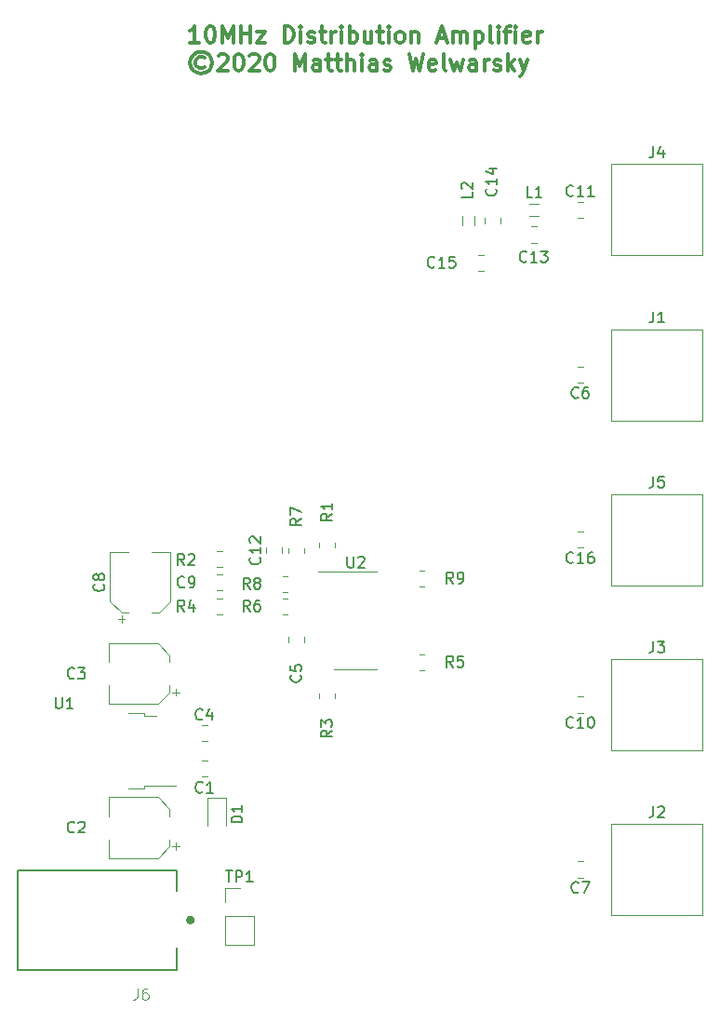
<source format=gto>
G04 #@! TF.GenerationSoftware,KiCad,Pcbnew,5.1.8-5.1.8*
G04 #@! TF.CreationDate,2020-12-23T15:54:33+01:00*
G04 #@! TF.ProjectId,distribution-amp,64697374-7269-4627-9574-696f6e2d616d,rev?*
G04 #@! TF.SameCoordinates,PX67aef80PY8a2ffa0*
G04 #@! TF.FileFunction,Legend,Top*
G04 #@! TF.FilePolarity,Positive*
%FSLAX46Y46*%
G04 Gerber Fmt 4.6, Leading zero omitted, Abs format (unit mm)*
G04 Created by KiCad (PCBNEW 5.1.8-5.1.8) date 2020-12-23 15:54:33*
%MOMM*%
%LPD*%
G01*
G04 APERTURE LIST*
%ADD10C,0.300000*%
%ADD11C,0.120000*%
%ADD12C,0.127000*%
%ADD13C,0.400000*%
%ADD14C,0.150000*%
%ADD15C,0.015000*%
%ADD16C,0.100000*%
%ADD17O,1.700000X1.700000*%
%ADD18R,1.700000X1.700000*%
%ADD19C,0.800000*%
%ADD20C,6.400000*%
%ADD21O,2.250000X4.500000*%
%ADD22O,2.500000X5.000000*%
%ADD23R,0.450000X0.600000*%
%ADD24R,6.400000X5.800000*%
%ADD25R,2.200000X1.200000*%
%ADD26C,2.250000*%
G04 APERTURE END LIST*
D10*
X16831857Y95211429D02*
X15974714Y95211429D01*
X16403285Y95211429D02*
X16403285Y96711429D01*
X16260428Y96497143D01*
X16117571Y96354286D01*
X15974714Y96282858D01*
X17760428Y96711429D02*
X17903285Y96711429D01*
X18046142Y96640000D01*
X18117571Y96568572D01*
X18189000Y96425715D01*
X18260428Y96140000D01*
X18260428Y95782858D01*
X18189000Y95497143D01*
X18117571Y95354286D01*
X18046142Y95282858D01*
X17903285Y95211429D01*
X17760428Y95211429D01*
X17617571Y95282858D01*
X17546142Y95354286D01*
X17474714Y95497143D01*
X17403285Y95782858D01*
X17403285Y96140000D01*
X17474714Y96425715D01*
X17546142Y96568572D01*
X17617571Y96640000D01*
X17760428Y96711429D01*
X18903285Y95211429D02*
X18903285Y96711429D01*
X19403285Y95640000D01*
X19903285Y96711429D01*
X19903285Y95211429D01*
X20617571Y95211429D02*
X20617571Y96711429D01*
X20617571Y95997143D02*
X21474714Y95997143D01*
X21474714Y95211429D02*
X21474714Y96711429D01*
X22046142Y96211429D02*
X22831857Y96211429D01*
X22046142Y95211429D01*
X22831857Y95211429D01*
X24546142Y95211429D02*
X24546142Y96711429D01*
X24903285Y96711429D01*
X25117571Y96640000D01*
X25260428Y96497143D01*
X25331857Y96354286D01*
X25403285Y96068572D01*
X25403285Y95854286D01*
X25331857Y95568572D01*
X25260428Y95425715D01*
X25117571Y95282858D01*
X24903285Y95211429D01*
X24546142Y95211429D01*
X26046142Y95211429D02*
X26046142Y96211429D01*
X26046142Y96711429D02*
X25974714Y96640000D01*
X26046142Y96568572D01*
X26117571Y96640000D01*
X26046142Y96711429D01*
X26046142Y96568572D01*
X26689000Y95282858D02*
X26831857Y95211429D01*
X27117571Y95211429D01*
X27260428Y95282858D01*
X27331857Y95425715D01*
X27331857Y95497143D01*
X27260428Y95640000D01*
X27117571Y95711429D01*
X26903285Y95711429D01*
X26760428Y95782858D01*
X26689000Y95925715D01*
X26689000Y95997143D01*
X26760428Y96140000D01*
X26903285Y96211429D01*
X27117571Y96211429D01*
X27260428Y96140000D01*
X27760428Y96211429D02*
X28331857Y96211429D01*
X27974714Y96711429D02*
X27974714Y95425715D01*
X28046142Y95282858D01*
X28189000Y95211429D01*
X28331857Y95211429D01*
X28831857Y95211429D02*
X28831857Y96211429D01*
X28831857Y95925715D02*
X28903285Y96068572D01*
X28974714Y96140000D01*
X29117571Y96211429D01*
X29260428Y96211429D01*
X29760428Y95211429D02*
X29760428Y96211429D01*
X29760428Y96711429D02*
X29689000Y96640000D01*
X29760428Y96568572D01*
X29831857Y96640000D01*
X29760428Y96711429D01*
X29760428Y96568572D01*
X30474714Y95211429D02*
X30474714Y96711429D01*
X30474714Y96140000D02*
X30617571Y96211429D01*
X30903285Y96211429D01*
X31046142Y96140000D01*
X31117571Y96068572D01*
X31189000Y95925715D01*
X31189000Y95497143D01*
X31117571Y95354286D01*
X31046142Y95282858D01*
X30903285Y95211429D01*
X30617571Y95211429D01*
X30474714Y95282858D01*
X32474714Y96211429D02*
X32474714Y95211429D01*
X31831857Y96211429D02*
X31831857Y95425715D01*
X31903285Y95282858D01*
X32046142Y95211429D01*
X32260428Y95211429D01*
X32403285Y95282858D01*
X32474714Y95354286D01*
X32974714Y96211429D02*
X33546142Y96211429D01*
X33189000Y96711429D02*
X33189000Y95425715D01*
X33260428Y95282858D01*
X33403285Y95211429D01*
X33546142Y95211429D01*
X34046142Y95211429D02*
X34046142Y96211429D01*
X34046142Y96711429D02*
X33974714Y96640000D01*
X34046142Y96568572D01*
X34117571Y96640000D01*
X34046142Y96711429D01*
X34046142Y96568572D01*
X34974714Y95211429D02*
X34831857Y95282858D01*
X34760428Y95354286D01*
X34689000Y95497143D01*
X34689000Y95925715D01*
X34760428Y96068572D01*
X34831857Y96140000D01*
X34974714Y96211429D01*
X35189000Y96211429D01*
X35331857Y96140000D01*
X35403285Y96068572D01*
X35474714Y95925715D01*
X35474714Y95497143D01*
X35403285Y95354286D01*
X35331857Y95282858D01*
X35189000Y95211429D01*
X34974714Y95211429D01*
X36117571Y96211429D02*
X36117571Y95211429D01*
X36117571Y96068572D02*
X36189000Y96140000D01*
X36331857Y96211429D01*
X36546142Y96211429D01*
X36689000Y96140000D01*
X36760428Y95997143D01*
X36760428Y95211429D01*
X38546142Y95640000D02*
X39260428Y95640000D01*
X38403285Y95211429D02*
X38903285Y96711429D01*
X39403285Y95211429D01*
X39903285Y95211429D02*
X39903285Y96211429D01*
X39903285Y96068572D02*
X39974714Y96140000D01*
X40117571Y96211429D01*
X40331857Y96211429D01*
X40474714Y96140000D01*
X40546142Y95997143D01*
X40546142Y95211429D01*
X40546142Y95997143D02*
X40617571Y96140000D01*
X40760428Y96211429D01*
X40974714Y96211429D01*
X41117571Y96140000D01*
X41189000Y95997143D01*
X41189000Y95211429D01*
X41903285Y96211429D02*
X41903285Y94711429D01*
X41903285Y96140000D02*
X42046142Y96211429D01*
X42331857Y96211429D01*
X42474714Y96140000D01*
X42546142Y96068572D01*
X42617571Y95925715D01*
X42617571Y95497143D01*
X42546142Y95354286D01*
X42474714Y95282858D01*
X42331857Y95211429D01*
X42046142Y95211429D01*
X41903285Y95282858D01*
X43474714Y95211429D02*
X43331857Y95282858D01*
X43260428Y95425715D01*
X43260428Y96711429D01*
X44046142Y95211429D02*
X44046142Y96211429D01*
X44046142Y96711429D02*
X43974714Y96640000D01*
X44046142Y96568572D01*
X44117571Y96640000D01*
X44046142Y96711429D01*
X44046142Y96568572D01*
X44546142Y96211429D02*
X45117571Y96211429D01*
X44760428Y95211429D02*
X44760428Y96497143D01*
X44831857Y96640000D01*
X44974714Y96711429D01*
X45117571Y96711429D01*
X45617571Y95211429D02*
X45617571Y96211429D01*
X45617571Y96711429D02*
X45546142Y96640000D01*
X45617571Y96568572D01*
X45689000Y96640000D01*
X45617571Y96711429D01*
X45617571Y96568572D01*
X46903285Y95282858D02*
X46760428Y95211429D01*
X46474714Y95211429D01*
X46331857Y95282858D01*
X46260428Y95425715D01*
X46260428Y95997143D01*
X46331857Y96140000D01*
X46474714Y96211429D01*
X46760428Y96211429D01*
X46903285Y96140000D01*
X46974714Y95997143D01*
X46974714Y95854286D01*
X46260428Y95711429D01*
X47617571Y95211429D02*
X47617571Y96211429D01*
X47617571Y95925715D02*
X47689000Y96068572D01*
X47760428Y96140000D01*
X47903285Y96211429D01*
X48046142Y96211429D01*
X17260428Y93804286D02*
X17117571Y93875715D01*
X16831857Y93875715D01*
X16689000Y93804286D01*
X16546142Y93661429D01*
X16474714Y93518572D01*
X16474714Y93232858D01*
X16546142Y93090000D01*
X16689000Y92947143D01*
X16831857Y92875715D01*
X17117571Y92875715D01*
X17260428Y92947143D01*
X16974714Y94375715D02*
X16617571Y94304286D01*
X16260428Y94090000D01*
X16046142Y93732858D01*
X15974714Y93375715D01*
X16046142Y93018572D01*
X16260428Y92661429D01*
X16617571Y92447143D01*
X16974714Y92375715D01*
X17331857Y92447143D01*
X17689000Y92661429D01*
X17903285Y93018572D01*
X17974714Y93375715D01*
X17903285Y93732858D01*
X17689000Y94090000D01*
X17331857Y94304286D01*
X16974714Y94375715D01*
X18546142Y94018572D02*
X18617571Y94090000D01*
X18760428Y94161429D01*
X19117571Y94161429D01*
X19260428Y94090000D01*
X19331857Y94018572D01*
X19403285Y93875715D01*
X19403285Y93732858D01*
X19331857Y93518572D01*
X18474714Y92661429D01*
X19403285Y92661429D01*
X20331857Y94161429D02*
X20474714Y94161429D01*
X20617571Y94090000D01*
X20689000Y94018572D01*
X20760428Y93875715D01*
X20831857Y93590000D01*
X20831857Y93232858D01*
X20760428Y92947143D01*
X20689000Y92804286D01*
X20617571Y92732858D01*
X20474714Y92661429D01*
X20331857Y92661429D01*
X20189000Y92732858D01*
X20117571Y92804286D01*
X20046142Y92947143D01*
X19974714Y93232858D01*
X19974714Y93590000D01*
X20046142Y93875715D01*
X20117571Y94018572D01*
X20189000Y94090000D01*
X20331857Y94161429D01*
X21403285Y94018572D02*
X21474714Y94090000D01*
X21617571Y94161429D01*
X21974714Y94161429D01*
X22117571Y94090000D01*
X22189000Y94018572D01*
X22260428Y93875715D01*
X22260428Y93732858D01*
X22189000Y93518572D01*
X21331857Y92661429D01*
X22260428Y92661429D01*
X23189000Y94161429D02*
X23331857Y94161429D01*
X23474714Y94090000D01*
X23546142Y94018572D01*
X23617571Y93875715D01*
X23689000Y93590000D01*
X23689000Y93232858D01*
X23617571Y92947143D01*
X23546142Y92804286D01*
X23474714Y92732858D01*
X23331857Y92661429D01*
X23189000Y92661429D01*
X23046142Y92732858D01*
X22974714Y92804286D01*
X22903285Y92947143D01*
X22831857Y93232858D01*
X22831857Y93590000D01*
X22903285Y93875715D01*
X22974714Y94018572D01*
X23046142Y94090000D01*
X23189000Y94161429D01*
X25474714Y92661429D02*
X25474714Y94161429D01*
X25974714Y93090000D01*
X26474714Y94161429D01*
X26474714Y92661429D01*
X27831857Y92661429D02*
X27831857Y93447143D01*
X27760428Y93590000D01*
X27617571Y93661429D01*
X27331857Y93661429D01*
X27189000Y93590000D01*
X27831857Y92732858D02*
X27689000Y92661429D01*
X27331857Y92661429D01*
X27189000Y92732858D01*
X27117571Y92875715D01*
X27117571Y93018572D01*
X27189000Y93161429D01*
X27331857Y93232858D01*
X27689000Y93232858D01*
X27831857Y93304286D01*
X28331857Y93661429D02*
X28903285Y93661429D01*
X28546142Y94161429D02*
X28546142Y92875715D01*
X28617571Y92732858D01*
X28760428Y92661429D01*
X28903285Y92661429D01*
X29189000Y93661429D02*
X29760428Y93661429D01*
X29403285Y94161429D02*
X29403285Y92875715D01*
X29474714Y92732858D01*
X29617571Y92661429D01*
X29760428Y92661429D01*
X30260428Y92661429D02*
X30260428Y94161429D01*
X30903285Y92661429D02*
X30903285Y93447143D01*
X30831857Y93590000D01*
X30689000Y93661429D01*
X30474714Y93661429D01*
X30331857Y93590000D01*
X30260428Y93518572D01*
X31617571Y92661429D02*
X31617571Y93661429D01*
X31617571Y94161429D02*
X31546142Y94090000D01*
X31617571Y94018572D01*
X31689000Y94090000D01*
X31617571Y94161429D01*
X31617571Y94018572D01*
X32974714Y92661429D02*
X32974714Y93447143D01*
X32903285Y93590000D01*
X32760428Y93661429D01*
X32474714Y93661429D01*
X32331857Y93590000D01*
X32974714Y92732858D02*
X32831857Y92661429D01*
X32474714Y92661429D01*
X32331857Y92732858D01*
X32260428Y92875715D01*
X32260428Y93018572D01*
X32331857Y93161429D01*
X32474714Y93232858D01*
X32831857Y93232858D01*
X32974714Y93304286D01*
X33617571Y92732858D02*
X33760428Y92661429D01*
X34046142Y92661429D01*
X34189000Y92732858D01*
X34260428Y92875715D01*
X34260428Y92947143D01*
X34189000Y93090000D01*
X34046142Y93161429D01*
X33831857Y93161429D01*
X33689000Y93232858D01*
X33617571Y93375715D01*
X33617571Y93447143D01*
X33689000Y93590000D01*
X33831857Y93661429D01*
X34046142Y93661429D01*
X34189000Y93590000D01*
X35903285Y94161429D02*
X36260428Y92661429D01*
X36546142Y93732858D01*
X36831857Y92661429D01*
X37189000Y94161429D01*
X38331857Y92732858D02*
X38189000Y92661429D01*
X37903285Y92661429D01*
X37760428Y92732858D01*
X37689000Y92875715D01*
X37689000Y93447143D01*
X37760428Y93590000D01*
X37903285Y93661429D01*
X38189000Y93661429D01*
X38331857Y93590000D01*
X38403285Y93447143D01*
X38403285Y93304286D01*
X37689000Y93161429D01*
X39260428Y92661429D02*
X39117571Y92732858D01*
X39046142Y92875715D01*
X39046142Y94161429D01*
X39689000Y93661429D02*
X39974714Y92661429D01*
X40260428Y93375715D01*
X40546142Y92661429D01*
X40831857Y93661429D01*
X42046142Y92661429D02*
X42046142Y93447143D01*
X41974714Y93590000D01*
X41831857Y93661429D01*
X41546142Y93661429D01*
X41403285Y93590000D01*
X42046142Y92732858D02*
X41903285Y92661429D01*
X41546142Y92661429D01*
X41403285Y92732858D01*
X41331857Y92875715D01*
X41331857Y93018572D01*
X41403285Y93161429D01*
X41546142Y93232858D01*
X41903285Y93232858D01*
X42046142Y93304286D01*
X42760428Y92661429D02*
X42760428Y93661429D01*
X42760428Y93375715D02*
X42831857Y93518572D01*
X42903285Y93590000D01*
X43046142Y93661429D01*
X43189000Y93661429D01*
X43617571Y92732858D02*
X43760428Y92661429D01*
X44046142Y92661429D01*
X44189000Y92732858D01*
X44260428Y92875715D01*
X44260428Y92947143D01*
X44189000Y93090000D01*
X44046142Y93161429D01*
X43831857Y93161429D01*
X43689000Y93232858D01*
X43617571Y93375715D01*
X43617571Y93447143D01*
X43689000Y93590000D01*
X43831857Y93661429D01*
X44046142Y93661429D01*
X44189000Y93590000D01*
X44903285Y92661429D02*
X44903285Y94161429D01*
X45046142Y93232858D02*
X45474714Y92661429D01*
X45474714Y93661429D02*
X44903285Y93090000D01*
X45974714Y93661429D02*
X46331857Y92661429D01*
X46689000Y93661429D02*
X46331857Y92661429D01*
X46189000Y92304286D01*
X46117571Y92232858D01*
X45974714Y92161429D01*
D11*
G04 #@! TO.C,TP1*
X19170000Y13130000D02*
X21830000Y13130000D01*
X19170000Y15730000D02*
X19170000Y13130000D01*
X21830000Y15730000D02*
X21830000Y13130000D01*
X19170000Y15730000D02*
X21830000Y15730000D01*
X19170000Y17000000D02*
X19170000Y18330000D01*
X19170000Y18330000D02*
X20500000Y18330000D01*
D12*
G04 #@! TO.C,J6*
X300000Y10900000D02*
X300000Y19900000D01*
X300000Y19900000D02*
X14800000Y19900000D01*
X14800000Y19900000D02*
X14800000Y18050000D01*
X14800000Y10900000D02*
X300000Y10900000D01*
X14800000Y12850000D02*
X14800000Y10900000D01*
D13*
X16200000Y15400000D02*
G75*
G03*
X16200000Y15400000I-200000J0D01*
G01*
D11*
G04 #@! TO.C,L2*
X41838000Y79410242D02*
X41838000Y78589758D01*
X40718000Y79410242D02*
X40718000Y78589758D01*
G04 #@! TO.C,L1*
X47696242Y79440000D02*
X46875758Y79440000D01*
X47696242Y80560000D02*
X46875758Y80560000D01*
G04 #@! TO.C,C8*
X14190000Y48861000D02*
X12490000Y48861000D01*
X8670000Y48861000D02*
X10370000Y48861000D01*
X8670000Y44405437D02*
X8670000Y48861000D01*
X14190000Y44405437D02*
X14190000Y48861000D01*
X13125563Y43341000D02*
X12490000Y43341000D01*
X9734437Y43341000D02*
X10370000Y43341000D01*
X9734437Y43341000D02*
X8670000Y44405437D01*
X13125563Y43341000D02*
X14190000Y44405437D01*
X9745000Y42476000D02*
X9745000Y43101000D01*
X9432500Y42788500D02*
X10057500Y42788500D01*
G04 #@! TO.C,C3*
X8600000Y40569000D02*
X8600000Y38869000D01*
X8600000Y35049000D02*
X8600000Y36749000D01*
X13055563Y35049000D02*
X8600000Y35049000D01*
X13055563Y40569000D02*
X8600000Y40569000D01*
X14120000Y39504563D02*
X14120000Y38869000D01*
X14120000Y36113437D02*
X14120000Y36749000D01*
X14120000Y36113437D02*
X13055563Y35049000D01*
X14120000Y39504563D02*
X13055563Y40569000D01*
X14985000Y36124000D02*
X14360000Y36124000D01*
X14672500Y35811500D02*
X14672500Y36436500D01*
G04 #@! TO.C,C2*
X8600000Y26569000D02*
X8600000Y24869000D01*
X8600000Y21049000D02*
X8600000Y22749000D01*
X13055563Y21049000D02*
X8600000Y21049000D01*
X13055563Y26569000D02*
X8600000Y26569000D01*
X14120000Y25504563D02*
X14120000Y24869000D01*
X14120000Y22113437D02*
X14120000Y22749000D01*
X14120000Y22113437D02*
X13055563Y21049000D01*
X14120000Y25504563D02*
X13055563Y26569000D01*
X14985000Y22124000D02*
X14360000Y22124000D01*
X14672500Y21811500D02*
X14672500Y22436500D01*
G04 #@! TO.C,D1*
X19265000Y26519000D02*
X17565000Y26519000D01*
X17565000Y26519000D02*
X17565000Y23969000D01*
X19265000Y26519000D02*
X19265000Y23969000D01*
G04 #@! TO.C,U2*
X31052000Y38199000D02*
X33002000Y38199000D01*
X31052000Y38199000D02*
X29102000Y38199000D01*
X31052000Y47069000D02*
X33002000Y47069000D01*
X31052000Y47069000D02*
X27602000Y47069000D01*
G04 #@! TO.C,U1*
X10330000Y27359000D02*
X11830000Y27359000D01*
X11830000Y27359000D02*
X11830000Y27629000D01*
X11830000Y27629000D02*
X14660000Y27629000D01*
X10330000Y34259000D02*
X11830000Y34259000D01*
X11830000Y34259000D02*
X11830000Y33989000D01*
X11830000Y33989000D02*
X12930000Y33989000D01*
G04 #@! TO.C,R9*
X37311064Y45747000D02*
X36856936Y45747000D01*
X37311064Y47217000D02*
X36856936Y47217000D01*
G04 #@! TO.C,R8*
X24410936Y46709000D02*
X24865064Y46709000D01*
X24410936Y45239000D02*
X24865064Y45239000D01*
G04 #@! TO.C,R7*
X26389000Y49249064D02*
X26389000Y48794936D01*
X24919000Y49249064D02*
X24919000Y48794936D01*
G04 #@! TO.C,R6*
X24865064Y43207000D02*
X24410936Y43207000D01*
X24865064Y44677000D02*
X24410936Y44677000D01*
G04 #@! TO.C,R5*
X37311064Y38127000D02*
X36856936Y38127000D01*
X37311064Y39597000D02*
X36856936Y39597000D01*
G04 #@! TO.C,R4*
X18441936Y44677000D02*
X18896064Y44677000D01*
X18441936Y43207000D02*
X18896064Y43207000D01*
G04 #@! TO.C,R3*
X27713000Y35586936D02*
X27713000Y36041064D01*
X29183000Y35586936D02*
X29183000Y36041064D01*
G04 #@! TO.C,R2*
X18896064Y47525000D02*
X18441936Y47525000D01*
X18896064Y48995000D02*
X18441936Y48995000D01*
G04 #@! TO.C,R1*
X29183000Y49757064D02*
X29183000Y49302936D01*
X27713000Y49757064D02*
X27713000Y49302936D01*
G04 #@! TO.C,J5*
X62630000Y54150000D02*
X62630000Y45850000D01*
X54330000Y54150000D02*
X54330000Y45850000D01*
X62630000Y45850000D02*
X54330000Y45850000D01*
X62630000Y54150000D02*
X54330000Y54150000D01*
G04 #@! TO.C,J4*
X62630000Y84150000D02*
X62630000Y75850000D01*
X54330000Y84150000D02*
X54330000Y75850000D01*
X62630000Y75850000D02*
X54330000Y75850000D01*
X62630000Y84150000D02*
X54330000Y84150000D01*
G04 #@! TO.C,J3*
X62630000Y39150000D02*
X62630000Y30850000D01*
X54330000Y39150000D02*
X54330000Y30850000D01*
X62630000Y30850000D02*
X54330000Y30850000D01*
X62630000Y39150000D02*
X54330000Y39150000D01*
G04 #@! TO.C,J2*
X62630000Y24150000D02*
X62630000Y15850000D01*
X54330000Y24150000D02*
X54330000Y15850000D01*
X62630000Y15850000D02*
X54330000Y15850000D01*
X62630000Y24150000D02*
X54330000Y24150000D01*
G04 #@! TO.C,J1*
X62630000Y69150000D02*
X62630000Y60850000D01*
X54330000Y69150000D02*
X54330000Y60850000D01*
X62630000Y60850000D02*
X54330000Y60850000D01*
X62630000Y69150000D02*
X54330000Y69150000D01*
G04 #@! TO.C,C16*
X51741252Y49265000D02*
X51218748Y49265000D01*
X51741252Y50735000D02*
X51218748Y50735000D01*
G04 #@! TO.C,C15*
X42679252Y74449000D02*
X42156748Y74449000D01*
X42679252Y75919000D02*
X42156748Y75919000D01*
G04 #@! TO.C,C14*
X42793000Y78738748D02*
X42793000Y79261252D01*
X44263000Y78738748D02*
X44263000Y79261252D01*
G04 #@! TO.C,C13*
X47024748Y78485000D02*
X47547252Y78485000D01*
X47024748Y77015000D02*
X47547252Y77015000D01*
G04 #@! TO.C,C12*
X22887000Y48760748D02*
X22887000Y49283252D01*
X24357000Y48760748D02*
X24357000Y49283252D01*
G04 #@! TO.C,C11*
X51218748Y80735000D02*
X51741252Y80735000D01*
X51218748Y79265000D02*
X51741252Y79265000D01*
G04 #@! TO.C,C10*
X51741252Y34265000D02*
X51218748Y34265000D01*
X51741252Y35735000D02*
X51218748Y35735000D01*
G04 #@! TO.C,C9*
X18930252Y45366000D02*
X18407748Y45366000D01*
X18930252Y46836000D02*
X18407748Y46836000D01*
G04 #@! TO.C,C7*
X51741252Y19265000D02*
X51218748Y19265000D01*
X51741252Y20735000D02*
X51218748Y20735000D01*
G04 #@! TO.C,C6*
X51741252Y64265000D02*
X51218748Y64265000D01*
X51741252Y65735000D02*
X51218748Y65735000D01*
G04 #@! TO.C,C5*
X26389000Y41155252D02*
X26389000Y40632748D01*
X24919000Y41155252D02*
X24919000Y40632748D01*
G04 #@! TO.C,C4*
X17010748Y33120000D02*
X17533252Y33120000D01*
X17010748Y31650000D02*
X17533252Y31650000D01*
G04 #@! TO.C,C1*
X17010748Y29945000D02*
X17533252Y29945000D01*
X17010748Y28475000D02*
X17533252Y28475000D01*
G04 #@! TO.C,TP1*
D14*
X19238095Y19877620D02*
X19809523Y19877620D01*
X19523809Y18877620D02*
X19523809Y19877620D01*
X20142857Y18877620D02*
X20142857Y19877620D01*
X20523809Y19877620D01*
X20619047Y19830000D01*
X20666666Y19782381D01*
X20714285Y19687143D01*
X20714285Y19544286D01*
X20666666Y19449048D01*
X20619047Y19401429D01*
X20523809Y19353810D01*
X20142857Y19353810D01*
X21666666Y18877620D02*
X21095238Y18877620D01*
X21380952Y18877620D02*
X21380952Y19877620D01*
X21285714Y19734762D01*
X21190476Y19639524D01*
X21095238Y19591905D01*
G04 #@! TO.C,J6*
D15*
X11177892Y9174313D02*
X11177892Y8459071D01*
X11130209Y8316022D01*
X11034843Y8220657D01*
X10891795Y8172974D01*
X10796429Y8172974D01*
X12083865Y9174313D02*
X11893134Y9174313D01*
X11797768Y9126630D01*
X11750086Y9078947D01*
X11654720Y8935899D01*
X11607037Y8745168D01*
X11607037Y8363705D01*
X11654720Y8268339D01*
X11702403Y8220657D01*
X11797768Y8172974D01*
X11988500Y8172974D01*
X12083865Y8220657D01*
X12131548Y8268339D01*
X12179231Y8363705D01*
X12179231Y8602119D01*
X12131548Y8697485D01*
X12083865Y8745168D01*
X11988500Y8792850D01*
X11797768Y8792850D01*
X11702403Y8745168D01*
X11654720Y8697485D01*
X11607037Y8602119D01*
G04 #@! TO.C,L2*
D14*
X41652380Y81633334D02*
X41652380Y81157143D01*
X40652380Y81157143D01*
X40747619Y81919048D02*
X40700000Y81966667D01*
X40652380Y82061905D01*
X40652380Y82300000D01*
X40700000Y82395239D01*
X40747619Y82442858D01*
X40842857Y82490477D01*
X40938095Y82490477D01*
X41080952Y82442858D01*
X41652380Y81871429D01*
X41652380Y82490477D01*
G04 #@! TO.C,L1*
X47119333Y81147620D02*
X46643142Y81147620D01*
X46643142Y82147620D01*
X47976476Y81147620D02*
X47405047Y81147620D01*
X47690761Y81147620D02*
X47690761Y82147620D01*
X47595523Y82004762D01*
X47500285Y81909524D01*
X47405047Y81861905D01*
G04 #@! TO.C,C8*
X8087142Y45934334D02*
X8134761Y45886715D01*
X8182380Y45743858D01*
X8182380Y45648620D01*
X8134761Y45505762D01*
X8039523Y45410524D01*
X7944285Y45362905D01*
X7753809Y45315286D01*
X7610952Y45315286D01*
X7420476Y45362905D01*
X7325238Y45410524D01*
X7230000Y45505762D01*
X7182380Y45648620D01*
X7182380Y45743858D01*
X7230000Y45886715D01*
X7277619Y45934334D01*
X7610952Y46505762D02*
X7563333Y46410524D01*
X7515714Y46362905D01*
X7420476Y46315286D01*
X7372857Y46315286D01*
X7277619Y46362905D01*
X7230000Y46410524D01*
X7182380Y46505762D01*
X7182380Y46696239D01*
X7230000Y46791477D01*
X7277619Y46839096D01*
X7372857Y46886715D01*
X7420476Y46886715D01*
X7515714Y46839096D01*
X7563333Y46791477D01*
X7610952Y46696239D01*
X7610952Y46505762D01*
X7658571Y46410524D01*
X7706190Y46362905D01*
X7801428Y46315286D01*
X7991904Y46315286D01*
X8087142Y46362905D01*
X8134761Y46410524D01*
X8182380Y46505762D01*
X8182380Y46696239D01*
X8134761Y46791477D01*
X8087142Y46839096D01*
X7991904Y46886715D01*
X7801428Y46886715D01*
X7706190Y46839096D01*
X7658571Y46791477D01*
X7610952Y46696239D01*
G04 #@! TO.C,C3*
X5433333Y37442858D02*
X5385714Y37395239D01*
X5242857Y37347620D01*
X5147619Y37347620D01*
X5004761Y37395239D01*
X4909523Y37490477D01*
X4861904Y37585715D01*
X4814285Y37776191D01*
X4814285Y37919048D01*
X4861904Y38109524D01*
X4909523Y38204762D01*
X5004761Y38300000D01*
X5147619Y38347620D01*
X5242857Y38347620D01*
X5385714Y38300000D01*
X5433333Y38252381D01*
X5766666Y38347620D02*
X6385714Y38347620D01*
X6052380Y37966667D01*
X6195238Y37966667D01*
X6290476Y37919048D01*
X6338095Y37871429D01*
X6385714Y37776191D01*
X6385714Y37538096D01*
X6338095Y37442858D01*
X6290476Y37395239D01*
X6195238Y37347620D01*
X5909523Y37347620D01*
X5814285Y37395239D01*
X5766666Y37442858D01*
G04 #@! TO.C,C2*
X5433333Y23442858D02*
X5385714Y23395239D01*
X5242857Y23347620D01*
X5147619Y23347620D01*
X5004761Y23395239D01*
X4909523Y23490477D01*
X4861904Y23585715D01*
X4814285Y23776191D01*
X4814285Y23919048D01*
X4861904Y24109524D01*
X4909523Y24204762D01*
X5004761Y24300000D01*
X5147619Y24347620D01*
X5242857Y24347620D01*
X5385714Y24300000D01*
X5433333Y24252381D01*
X5814285Y24252381D02*
X5861904Y24300000D01*
X5957142Y24347620D01*
X6195238Y24347620D01*
X6290476Y24300000D01*
X6338095Y24252381D01*
X6385714Y24157143D01*
X6385714Y24061905D01*
X6338095Y23919048D01*
X5766666Y23347620D01*
X6385714Y23347620D01*
G04 #@! TO.C,D1*
X20717380Y24280905D02*
X19717380Y24280905D01*
X19717380Y24519000D01*
X19765000Y24661858D01*
X19860238Y24757096D01*
X19955476Y24804715D01*
X20145952Y24852334D01*
X20288809Y24852334D01*
X20479285Y24804715D01*
X20574523Y24757096D01*
X20669761Y24661858D01*
X20717380Y24519000D01*
X20717380Y24280905D01*
X20717380Y25804715D02*
X20717380Y25233286D01*
X20717380Y25519000D02*
X19717380Y25519000D01*
X19860238Y25423762D01*
X19955476Y25328524D01*
X20003095Y25233286D01*
G04 #@! TO.C,U2*
X30290095Y48461620D02*
X30290095Y47652096D01*
X30337714Y47556858D01*
X30385333Y47509239D01*
X30480571Y47461620D01*
X30671047Y47461620D01*
X30766285Y47509239D01*
X30813904Y47556858D01*
X30861523Y47652096D01*
X30861523Y48461620D01*
X31290095Y48366381D02*
X31337714Y48414000D01*
X31432952Y48461620D01*
X31671047Y48461620D01*
X31766285Y48414000D01*
X31813904Y48366381D01*
X31861523Y48271143D01*
X31861523Y48175905D01*
X31813904Y48033048D01*
X31242476Y47461620D01*
X31861523Y47461620D01*
G04 #@! TO.C,U1*
X3738095Y35647620D02*
X3738095Y34838096D01*
X3785714Y34742858D01*
X3833333Y34695239D01*
X3928571Y34647620D01*
X4119047Y34647620D01*
X4214285Y34695239D01*
X4261904Y34742858D01*
X4309523Y34838096D01*
X4309523Y35647620D01*
X5309523Y34647620D02*
X4738095Y34647620D01*
X5023809Y34647620D02*
X5023809Y35647620D01*
X4928571Y35504762D01*
X4833333Y35409524D01*
X4738095Y35361905D01*
G04 #@! TO.C,R9*
X39917333Y46029620D02*
X39584000Y46505810D01*
X39345904Y46029620D02*
X39345904Y47029620D01*
X39726857Y47029620D01*
X39822095Y46982000D01*
X39869714Y46934381D01*
X39917333Y46839143D01*
X39917333Y46696286D01*
X39869714Y46601048D01*
X39822095Y46553429D01*
X39726857Y46505810D01*
X39345904Y46505810D01*
X40393523Y46029620D02*
X40584000Y46029620D01*
X40679238Y46077239D01*
X40726857Y46124858D01*
X40822095Y46267715D01*
X40869714Y46458191D01*
X40869714Y46839143D01*
X40822095Y46934381D01*
X40774476Y46982000D01*
X40679238Y47029620D01*
X40488761Y47029620D01*
X40393523Y46982000D01*
X40345904Y46934381D01*
X40298285Y46839143D01*
X40298285Y46601048D01*
X40345904Y46505810D01*
X40393523Y46458191D01*
X40488761Y46410572D01*
X40679238Y46410572D01*
X40774476Y46458191D01*
X40822095Y46505810D01*
X40869714Y46601048D01*
G04 #@! TO.C,R8*
X21423333Y45521620D02*
X21090000Y45997810D01*
X20851904Y45521620D02*
X20851904Y46521620D01*
X21232857Y46521620D01*
X21328095Y46474000D01*
X21375714Y46426381D01*
X21423333Y46331143D01*
X21423333Y46188286D01*
X21375714Y46093048D01*
X21328095Y46045429D01*
X21232857Y45997810D01*
X20851904Y45997810D01*
X21994761Y46093048D02*
X21899523Y46140667D01*
X21851904Y46188286D01*
X21804285Y46283524D01*
X21804285Y46331143D01*
X21851904Y46426381D01*
X21899523Y46474000D01*
X21994761Y46521620D01*
X22185238Y46521620D01*
X22280476Y46474000D01*
X22328095Y46426381D01*
X22375714Y46331143D01*
X22375714Y46283524D01*
X22328095Y46188286D01*
X22280476Y46140667D01*
X22185238Y46093048D01*
X21994761Y46093048D01*
X21899523Y46045429D01*
X21851904Y45997810D01*
X21804285Y45902572D01*
X21804285Y45712096D01*
X21851904Y45616858D01*
X21899523Y45569239D01*
X21994761Y45521620D01*
X22185238Y45521620D01*
X22280476Y45569239D01*
X22328095Y45616858D01*
X22375714Y45712096D01*
X22375714Y45902572D01*
X22328095Y45997810D01*
X22280476Y46045429D01*
X22185238Y46093048D01*
G04 #@! TO.C,R7*
X26106380Y51903334D02*
X25630190Y51570000D01*
X26106380Y51331905D02*
X25106380Y51331905D01*
X25106380Y51712858D01*
X25154000Y51808096D01*
X25201619Y51855715D01*
X25296857Y51903334D01*
X25439714Y51903334D01*
X25534952Y51855715D01*
X25582571Y51808096D01*
X25630190Y51712858D01*
X25630190Y51331905D01*
X25106380Y52236667D02*
X25106380Y52903334D01*
X26106380Y52474762D01*
G04 #@! TO.C,R6*
X21423333Y43489620D02*
X21090000Y43965810D01*
X20851904Y43489620D02*
X20851904Y44489620D01*
X21232857Y44489620D01*
X21328095Y44442000D01*
X21375714Y44394381D01*
X21423333Y44299143D01*
X21423333Y44156286D01*
X21375714Y44061048D01*
X21328095Y44013429D01*
X21232857Y43965810D01*
X20851904Y43965810D01*
X22280476Y44489620D02*
X22090000Y44489620D01*
X21994761Y44442000D01*
X21947142Y44394381D01*
X21851904Y44251524D01*
X21804285Y44061048D01*
X21804285Y43680096D01*
X21851904Y43584858D01*
X21899523Y43537239D01*
X21994761Y43489620D01*
X22185238Y43489620D01*
X22280476Y43537239D01*
X22328095Y43584858D01*
X22375714Y43680096D01*
X22375714Y43918191D01*
X22328095Y44013429D01*
X22280476Y44061048D01*
X22185238Y44108667D01*
X21994761Y44108667D01*
X21899523Y44061048D01*
X21851904Y44013429D01*
X21804285Y43918191D01*
G04 #@! TO.C,R5*
X39917333Y38409620D02*
X39584000Y38885810D01*
X39345904Y38409620D02*
X39345904Y39409620D01*
X39726857Y39409620D01*
X39822095Y39362000D01*
X39869714Y39314381D01*
X39917333Y39219143D01*
X39917333Y39076286D01*
X39869714Y38981048D01*
X39822095Y38933429D01*
X39726857Y38885810D01*
X39345904Y38885810D01*
X40822095Y39409620D02*
X40345904Y39409620D01*
X40298285Y38933429D01*
X40345904Y38981048D01*
X40441142Y39028667D01*
X40679238Y39028667D01*
X40774476Y38981048D01*
X40822095Y38933429D01*
X40869714Y38838191D01*
X40869714Y38600096D01*
X40822095Y38504858D01*
X40774476Y38457239D01*
X40679238Y38409620D01*
X40441142Y38409620D01*
X40345904Y38457239D01*
X40298285Y38504858D01*
G04 #@! TO.C,R4*
X15454333Y43489620D02*
X15121000Y43965810D01*
X14882904Y43489620D02*
X14882904Y44489620D01*
X15263857Y44489620D01*
X15359095Y44442000D01*
X15406714Y44394381D01*
X15454333Y44299143D01*
X15454333Y44156286D01*
X15406714Y44061048D01*
X15359095Y44013429D01*
X15263857Y43965810D01*
X14882904Y43965810D01*
X16311476Y44156286D02*
X16311476Y43489620D01*
X16073380Y44537239D02*
X15835285Y43822953D01*
X16454333Y43822953D01*
G04 #@! TO.C,R3*
X28900380Y32647334D02*
X28424190Y32314000D01*
X28900380Y32075905D02*
X27900380Y32075905D01*
X27900380Y32456858D01*
X27948000Y32552096D01*
X27995619Y32599715D01*
X28090857Y32647334D01*
X28233714Y32647334D01*
X28328952Y32599715D01*
X28376571Y32552096D01*
X28424190Y32456858D01*
X28424190Y32075905D01*
X27900380Y32980667D02*
X27900380Y33599715D01*
X28281333Y33266381D01*
X28281333Y33409239D01*
X28328952Y33504477D01*
X28376571Y33552096D01*
X28471809Y33599715D01*
X28709904Y33599715D01*
X28805142Y33552096D01*
X28852761Y33504477D01*
X28900380Y33409239D01*
X28900380Y33123524D01*
X28852761Y33028286D01*
X28805142Y32980667D01*
G04 #@! TO.C,R2*
X15454333Y47680620D02*
X15121000Y48156810D01*
X14882904Y47680620D02*
X14882904Y48680620D01*
X15263857Y48680620D01*
X15359095Y48633000D01*
X15406714Y48585381D01*
X15454333Y48490143D01*
X15454333Y48347286D01*
X15406714Y48252048D01*
X15359095Y48204429D01*
X15263857Y48156810D01*
X14882904Y48156810D01*
X15835285Y48585381D02*
X15882904Y48633000D01*
X15978142Y48680620D01*
X16216238Y48680620D01*
X16311476Y48633000D01*
X16359095Y48585381D01*
X16406714Y48490143D01*
X16406714Y48394905D01*
X16359095Y48252048D01*
X15787666Y47680620D01*
X16406714Y47680620D01*
G04 #@! TO.C,R1*
X28900380Y52363334D02*
X28424190Y52030000D01*
X28900380Y51791905D02*
X27900380Y51791905D01*
X27900380Y52172858D01*
X27948000Y52268096D01*
X27995619Y52315715D01*
X28090857Y52363334D01*
X28233714Y52363334D01*
X28328952Y52315715D01*
X28376571Y52268096D01*
X28424190Y52172858D01*
X28424190Y51791905D01*
X28900380Y53315715D02*
X28900380Y52744286D01*
X28900380Y53030000D02*
X27900380Y53030000D01*
X28043238Y52934762D01*
X28138476Y52839524D01*
X28186095Y52744286D01*
G04 #@! TO.C,J5*
X58146666Y55747620D02*
X58146666Y55033334D01*
X58099047Y54890477D01*
X58003809Y54795239D01*
X57860952Y54747620D01*
X57765714Y54747620D01*
X59099047Y55747620D02*
X58622857Y55747620D01*
X58575238Y55271429D01*
X58622857Y55319048D01*
X58718095Y55366667D01*
X58956190Y55366667D01*
X59051428Y55319048D01*
X59099047Y55271429D01*
X59146666Y55176191D01*
X59146666Y54938096D01*
X59099047Y54842858D01*
X59051428Y54795239D01*
X58956190Y54747620D01*
X58718095Y54747620D01*
X58622857Y54795239D01*
X58575238Y54842858D01*
G04 #@! TO.C,J4*
X58146666Y85747620D02*
X58146666Y85033334D01*
X58099047Y84890477D01*
X58003809Y84795239D01*
X57860952Y84747620D01*
X57765714Y84747620D01*
X59051428Y85414286D02*
X59051428Y84747620D01*
X58813333Y85795239D02*
X58575238Y85080953D01*
X59194285Y85080953D01*
G04 #@! TO.C,J3*
X58146666Y40747620D02*
X58146666Y40033334D01*
X58099047Y39890477D01*
X58003809Y39795239D01*
X57860952Y39747620D01*
X57765714Y39747620D01*
X58527619Y40747620D02*
X59146666Y40747620D01*
X58813333Y40366667D01*
X58956190Y40366667D01*
X59051428Y40319048D01*
X59099047Y40271429D01*
X59146666Y40176191D01*
X59146666Y39938096D01*
X59099047Y39842858D01*
X59051428Y39795239D01*
X58956190Y39747620D01*
X58670476Y39747620D01*
X58575238Y39795239D01*
X58527619Y39842858D01*
G04 #@! TO.C,J2*
X58146666Y25747620D02*
X58146666Y25033334D01*
X58099047Y24890477D01*
X58003809Y24795239D01*
X57860952Y24747620D01*
X57765714Y24747620D01*
X58575238Y25652381D02*
X58622857Y25700000D01*
X58718095Y25747620D01*
X58956190Y25747620D01*
X59051428Y25700000D01*
X59099047Y25652381D01*
X59146666Y25557143D01*
X59146666Y25461905D01*
X59099047Y25319048D01*
X58527619Y24747620D01*
X59146666Y24747620D01*
G04 #@! TO.C,J1*
X58146666Y70747620D02*
X58146666Y70033334D01*
X58099047Y69890477D01*
X58003809Y69795239D01*
X57860952Y69747620D01*
X57765714Y69747620D01*
X59146666Y69747620D02*
X58575238Y69747620D01*
X58860952Y69747620D02*
X58860952Y70747620D01*
X58765714Y70604762D01*
X58670476Y70509524D01*
X58575238Y70461905D01*
G04 #@! TO.C,C16*
X50837142Y47962858D02*
X50789523Y47915239D01*
X50646666Y47867620D01*
X50551428Y47867620D01*
X50408571Y47915239D01*
X50313333Y48010477D01*
X50265714Y48105715D01*
X50218095Y48296191D01*
X50218095Y48439048D01*
X50265714Y48629524D01*
X50313333Y48724762D01*
X50408571Y48820000D01*
X50551428Y48867620D01*
X50646666Y48867620D01*
X50789523Y48820000D01*
X50837142Y48772381D01*
X51789523Y47867620D02*
X51218095Y47867620D01*
X51503809Y47867620D02*
X51503809Y48867620D01*
X51408571Y48724762D01*
X51313333Y48629524D01*
X51218095Y48581905D01*
X52646666Y48867620D02*
X52456190Y48867620D01*
X52360952Y48820000D01*
X52313333Y48772381D01*
X52218095Y48629524D01*
X52170476Y48439048D01*
X52170476Y48058096D01*
X52218095Y47962858D01*
X52265714Y47915239D01*
X52360952Y47867620D01*
X52551428Y47867620D01*
X52646666Y47915239D01*
X52694285Y47962858D01*
X52741904Y48058096D01*
X52741904Y48296191D01*
X52694285Y48391429D01*
X52646666Y48439048D01*
X52551428Y48486667D01*
X52360952Y48486667D01*
X52265714Y48439048D01*
X52218095Y48391429D01*
X52170476Y48296191D01*
G04 #@! TO.C,C15*
X38219142Y74826858D02*
X38171523Y74779239D01*
X38028666Y74731620D01*
X37933428Y74731620D01*
X37790571Y74779239D01*
X37695333Y74874477D01*
X37647714Y74969715D01*
X37600095Y75160191D01*
X37600095Y75303048D01*
X37647714Y75493524D01*
X37695333Y75588762D01*
X37790571Y75684000D01*
X37933428Y75731620D01*
X38028666Y75731620D01*
X38171523Y75684000D01*
X38219142Y75636381D01*
X39171523Y74731620D02*
X38600095Y74731620D01*
X38885809Y74731620D02*
X38885809Y75731620D01*
X38790571Y75588762D01*
X38695333Y75493524D01*
X38600095Y75445905D01*
X40076285Y75731620D02*
X39600095Y75731620D01*
X39552476Y75255429D01*
X39600095Y75303048D01*
X39695333Y75350667D01*
X39933428Y75350667D01*
X40028666Y75303048D01*
X40076285Y75255429D01*
X40123904Y75160191D01*
X40123904Y74922096D01*
X40076285Y74826858D01*
X40028666Y74779239D01*
X39933428Y74731620D01*
X39695333Y74731620D01*
X39600095Y74779239D01*
X39552476Y74826858D01*
G04 #@! TO.C,C14*
X43791142Y81907143D02*
X43838761Y81859524D01*
X43886380Y81716667D01*
X43886380Y81621429D01*
X43838761Y81478572D01*
X43743523Y81383334D01*
X43648285Y81335715D01*
X43457809Y81288096D01*
X43314952Y81288096D01*
X43124476Y81335715D01*
X43029238Y81383334D01*
X42934000Y81478572D01*
X42886380Y81621429D01*
X42886380Y81716667D01*
X42934000Y81859524D01*
X42981619Y81907143D01*
X43886380Y82859524D02*
X43886380Y82288096D01*
X43886380Y82573810D02*
X42886380Y82573810D01*
X43029238Y82478572D01*
X43124476Y82383334D01*
X43172095Y82288096D01*
X43219714Y83716667D02*
X43886380Y83716667D01*
X42838761Y83478572D02*
X43553047Y83240477D01*
X43553047Y83859524D01*
G04 #@! TO.C,C13*
X46601142Y75334858D02*
X46553523Y75287239D01*
X46410666Y75239620D01*
X46315428Y75239620D01*
X46172571Y75287239D01*
X46077333Y75382477D01*
X46029714Y75477715D01*
X45982095Y75668191D01*
X45982095Y75811048D01*
X46029714Y76001524D01*
X46077333Y76096762D01*
X46172571Y76192000D01*
X46315428Y76239620D01*
X46410666Y76239620D01*
X46553523Y76192000D01*
X46601142Y76144381D01*
X47553523Y75239620D02*
X46982095Y75239620D01*
X47267809Y75239620D02*
X47267809Y76239620D01*
X47172571Y76096762D01*
X47077333Y76001524D01*
X46982095Y75953905D01*
X47886857Y76239620D02*
X48505904Y76239620D01*
X48172571Y75858667D01*
X48315428Y75858667D01*
X48410666Y75811048D01*
X48458285Y75763429D01*
X48505904Y75668191D01*
X48505904Y75430096D01*
X48458285Y75334858D01*
X48410666Y75287239D01*
X48315428Y75239620D01*
X48029714Y75239620D01*
X47934476Y75287239D01*
X47886857Y75334858D01*
G04 #@! TO.C,C12*
X22299142Y48379143D02*
X22346761Y48331524D01*
X22394380Y48188667D01*
X22394380Y48093429D01*
X22346761Y47950572D01*
X22251523Y47855334D01*
X22156285Y47807715D01*
X21965809Y47760096D01*
X21822952Y47760096D01*
X21632476Y47807715D01*
X21537238Y47855334D01*
X21442000Y47950572D01*
X21394380Y48093429D01*
X21394380Y48188667D01*
X21442000Y48331524D01*
X21489619Y48379143D01*
X22394380Y49331524D02*
X22394380Y48760096D01*
X22394380Y49045810D02*
X21394380Y49045810D01*
X21537238Y48950572D01*
X21632476Y48855334D01*
X21680095Y48760096D01*
X21489619Y49712477D02*
X21442000Y49760096D01*
X21394380Y49855334D01*
X21394380Y50093429D01*
X21442000Y50188667D01*
X21489619Y50236286D01*
X21584857Y50283905D01*
X21680095Y50283905D01*
X21822952Y50236286D01*
X22394380Y49664858D01*
X22394380Y50283905D01*
G04 #@! TO.C,C11*
X50837142Y81322858D02*
X50789523Y81275239D01*
X50646666Y81227620D01*
X50551428Y81227620D01*
X50408571Y81275239D01*
X50313333Y81370477D01*
X50265714Y81465715D01*
X50218095Y81656191D01*
X50218095Y81799048D01*
X50265714Y81989524D01*
X50313333Y82084762D01*
X50408571Y82180000D01*
X50551428Y82227620D01*
X50646666Y82227620D01*
X50789523Y82180000D01*
X50837142Y82132381D01*
X51789523Y81227620D02*
X51218095Y81227620D01*
X51503809Y81227620D02*
X51503809Y82227620D01*
X51408571Y82084762D01*
X51313333Y81989524D01*
X51218095Y81941905D01*
X52741904Y81227620D02*
X52170476Y81227620D01*
X52456190Y81227620D02*
X52456190Y82227620D01*
X52360952Y82084762D01*
X52265714Y81989524D01*
X52170476Y81941905D01*
G04 #@! TO.C,C10*
X50837142Y32962858D02*
X50789523Y32915239D01*
X50646666Y32867620D01*
X50551428Y32867620D01*
X50408571Y32915239D01*
X50313333Y33010477D01*
X50265714Y33105715D01*
X50218095Y33296191D01*
X50218095Y33439048D01*
X50265714Y33629524D01*
X50313333Y33724762D01*
X50408571Y33820000D01*
X50551428Y33867620D01*
X50646666Y33867620D01*
X50789523Y33820000D01*
X50837142Y33772381D01*
X51789523Y32867620D02*
X51218095Y32867620D01*
X51503809Y32867620D02*
X51503809Y33867620D01*
X51408571Y33724762D01*
X51313333Y33629524D01*
X51218095Y33581905D01*
X52408571Y33867620D02*
X52503809Y33867620D01*
X52599047Y33820000D01*
X52646666Y33772381D01*
X52694285Y33677143D01*
X52741904Y33486667D01*
X52741904Y33248572D01*
X52694285Y33058096D01*
X52646666Y32962858D01*
X52599047Y32915239D01*
X52503809Y32867620D01*
X52408571Y32867620D01*
X52313333Y32915239D01*
X52265714Y32962858D01*
X52218095Y33058096D01*
X52170476Y33248572D01*
X52170476Y33486667D01*
X52218095Y33677143D01*
X52265714Y33772381D01*
X52313333Y33820000D01*
X52408571Y33867620D01*
G04 #@! TO.C,C9*
X15454333Y45743858D02*
X15406714Y45696239D01*
X15263857Y45648620D01*
X15168619Y45648620D01*
X15025761Y45696239D01*
X14930523Y45791477D01*
X14882904Y45886715D01*
X14835285Y46077191D01*
X14835285Y46220048D01*
X14882904Y46410524D01*
X14930523Y46505762D01*
X15025761Y46601000D01*
X15168619Y46648620D01*
X15263857Y46648620D01*
X15406714Y46601000D01*
X15454333Y46553381D01*
X15930523Y45648620D02*
X16121000Y45648620D01*
X16216238Y45696239D01*
X16263857Y45743858D01*
X16359095Y45886715D01*
X16406714Y46077191D01*
X16406714Y46458143D01*
X16359095Y46553381D01*
X16311476Y46601000D01*
X16216238Y46648620D01*
X16025761Y46648620D01*
X15930523Y46601000D01*
X15882904Y46553381D01*
X15835285Y46458143D01*
X15835285Y46220048D01*
X15882904Y46124810D01*
X15930523Y46077191D01*
X16025761Y46029572D01*
X16216238Y46029572D01*
X16311476Y46077191D01*
X16359095Y46124810D01*
X16406714Y46220048D01*
G04 #@! TO.C,C7*
X51313333Y17962858D02*
X51265714Y17915239D01*
X51122857Y17867620D01*
X51027619Y17867620D01*
X50884761Y17915239D01*
X50789523Y18010477D01*
X50741904Y18105715D01*
X50694285Y18296191D01*
X50694285Y18439048D01*
X50741904Y18629524D01*
X50789523Y18724762D01*
X50884761Y18820000D01*
X51027619Y18867620D01*
X51122857Y18867620D01*
X51265714Y18820000D01*
X51313333Y18772381D01*
X51646666Y18867620D02*
X52313333Y18867620D01*
X51884761Y17867620D01*
G04 #@! TO.C,C6*
X51313333Y62962858D02*
X51265714Y62915239D01*
X51122857Y62867620D01*
X51027619Y62867620D01*
X50884761Y62915239D01*
X50789523Y63010477D01*
X50741904Y63105715D01*
X50694285Y63296191D01*
X50694285Y63439048D01*
X50741904Y63629524D01*
X50789523Y63724762D01*
X50884761Y63820000D01*
X51027619Y63867620D01*
X51122857Y63867620D01*
X51265714Y63820000D01*
X51313333Y63772381D01*
X52170476Y63867620D02*
X51980000Y63867620D01*
X51884761Y63820000D01*
X51837142Y63772381D01*
X51741904Y63629524D01*
X51694285Y63439048D01*
X51694285Y63058096D01*
X51741904Y62962858D01*
X51789523Y62915239D01*
X51884761Y62867620D01*
X52075238Y62867620D01*
X52170476Y62915239D01*
X52218095Y62962858D01*
X52265714Y63058096D01*
X52265714Y63296191D01*
X52218095Y63391429D01*
X52170476Y63439048D01*
X52075238Y63486667D01*
X51884761Y63486667D01*
X51789523Y63439048D01*
X51741904Y63391429D01*
X51694285Y63296191D01*
G04 #@! TO.C,C5*
X26011142Y37679334D02*
X26058761Y37631715D01*
X26106380Y37488858D01*
X26106380Y37393620D01*
X26058761Y37250762D01*
X25963523Y37155524D01*
X25868285Y37107905D01*
X25677809Y37060286D01*
X25534952Y37060286D01*
X25344476Y37107905D01*
X25249238Y37155524D01*
X25154000Y37250762D01*
X25106380Y37393620D01*
X25106380Y37488858D01*
X25154000Y37631715D01*
X25201619Y37679334D01*
X25106380Y38584096D02*
X25106380Y38107905D01*
X25582571Y38060286D01*
X25534952Y38107905D01*
X25487333Y38203143D01*
X25487333Y38441239D01*
X25534952Y38536477D01*
X25582571Y38584096D01*
X25677809Y38631715D01*
X25915904Y38631715D01*
X26011142Y38584096D01*
X26058761Y38536477D01*
X26106380Y38441239D01*
X26106380Y38203143D01*
X26058761Y38107905D01*
X26011142Y38060286D01*
G04 #@! TO.C,C4*
X17105333Y33707858D02*
X17057714Y33660239D01*
X16914857Y33612620D01*
X16819619Y33612620D01*
X16676761Y33660239D01*
X16581523Y33755477D01*
X16533904Y33850715D01*
X16486285Y34041191D01*
X16486285Y34184048D01*
X16533904Y34374524D01*
X16581523Y34469762D01*
X16676761Y34565000D01*
X16819619Y34612620D01*
X16914857Y34612620D01*
X17057714Y34565000D01*
X17105333Y34517381D01*
X17962476Y34279286D02*
X17962476Y33612620D01*
X17724380Y34660239D02*
X17486285Y33945953D01*
X18105333Y33945953D01*
G04 #@! TO.C,C1*
X17105333Y27074858D02*
X17057714Y27027239D01*
X16914857Y26979620D01*
X16819619Y26979620D01*
X16676761Y27027239D01*
X16581523Y27122477D01*
X16533904Y27217715D01*
X16486285Y27408191D01*
X16486285Y27551048D01*
X16533904Y27741524D01*
X16581523Y27836762D01*
X16676761Y27932000D01*
X16819619Y27979620D01*
X16914857Y27979620D01*
X17057714Y27932000D01*
X17105333Y27884381D01*
X18057714Y26979620D02*
X17486285Y26979620D01*
X17772000Y26979620D02*
X17772000Y27979620D01*
X17676761Y27836762D01*
X17581523Y27741524D01*
X17486285Y27693905D01*
G04 #@! TD*
%LPC*%
D16*
G36*
X63500000Y0D02*
G01*
X0Y0D01*
X0Y1500000D01*
X63500000Y1500000D01*
X63500000Y0D01*
G37*
X63500000Y0D02*
X0Y0D01*
X0Y1500000D01*
X63500000Y1500000D01*
X63500000Y0D01*
G36*
X63500000Y98500000D02*
G01*
X0Y98500000D01*
X0Y100000000D01*
X63500000Y100000000D01*
X63500000Y98500000D01*
G37*
X63500000Y98500000D02*
X0Y98500000D01*
X0Y100000000D01*
X63500000Y100000000D01*
X63500000Y98500000D01*
D17*
G04 #@! TO.C,TP1*
X20500000Y14460000D03*
D18*
X20500000Y17000000D03*
G04 #@! TD*
D19*
G04 #@! TO.C,H4*
X7697056Y7697056D03*
X6000000Y8400000D03*
X4302944Y7697056D03*
X3600000Y6000000D03*
X4302944Y4302944D03*
X6000000Y3600000D03*
X7697056Y4302944D03*
X8400000Y6000000D03*
D20*
X6000000Y6000000D03*
G04 #@! TD*
D19*
G04 #@! TO.C,H3*
X59197056Y7697056D03*
X57500000Y8400000D03*
X55802944Y7697056D03*
X55100000Y6000000D03*
X55802944Y4302944D03*
X57500000Y3600000D03*
X59197056Y4302944D03*
X59900000Y6000000D03*
D20*
X57500000Y6000000D03*
G04 #@! TD*
D19*
G04 #@! TO.C,H2*
X59197056Y95697056D03*
X57500000Y96400000D03*
X55802944Y95697056D03*
X55100000Y94000000D03*
X55802944Y92302944D03*
X57500000Y91600000D03*
X59197056Y92302944D03*
X59900000Y94000000D03*
D20*
X57500000Y94000000D03*
G04 #@! TD*
D19*
G04 #@! TO.C,H1*
X7697056Y95697056D03*
X6000000Y96400000D03*
X4302944Y95697056D03*
X3600000Y94000000D03*
X4302944Y92302944D03*
X6000000Y91600000D03*
X7697056Y92302944D03*
X8400000Y94000000D03*
D20*
X6000000Y94000000D03*
G04 #@! TD*
D21*
G04 #@! TO.C,J6*
X8000000Y15400000D03*
D22*
X14000000Y15400000D03*
G04 #@! TD*
G04 #@! TO.C,L2*
G36*
G01*
X40927900Y78375000D02*
X41628100Y78375000D01*
G75*
G02*
X41878000Y78125100I0J-249900D01*
G01*
X41878000Y77574900D01*
G75*
G02*
X41628100Y77325000I-249900J0D01*
G01*
X40927900Y77325000D01*
G75*
G02*
X40678000Y77574900I0J249900D01*
G01*
X40678000Y78125100D01*
G75*
G02*
X40927900Y78375000I249900J0D01*
G01*
G37*
G36*
G01*
X40927999Y80675000D02*
X41628001Y80675000D01*
G75*
G02*
X41878000Y80425001I0J-249999D01*
G01*
X41878000Y79874999D01*
G75*
G02*
X41628001Y79625000I-249999J0D01*
G01*
X40927999Y79625000D01*
G75*
G02*
X40678000Y79874999I0J249999D01*
G01*
X40678000Y80425001D01*
G75*
G02*
X40927999Y80675000I249999J0D01*
G01*
G37*
G04 #@! TD*
G04 #@! TO.C,L1*
G36*
G01*
X46661000Y80350001D02*
X46661000Y79649999D01*
G75*
G02*
X46411001Y79400000I-249999J0D01*
G01*
X45860999Y79400000D01*
G75*
G02*
X45611000Y79649999I0J249999D01*
G01*
X45611000Y80350001D01*
G75*
G02*
X45860999Y80600000I249999J0D01*
G01*
X46411001Y80600000D01*
G75*
G02*
X46661000Y80350001I0J-249999D01*
G01*
G37*
G36*
G01*
X48961000Y80350001D02*
X48961000Y79649999D01*
G75*
G02*
X48711001Y79400000I-249999J0D01*
G01*
X48160999Y79400000D01*
G75*
G02*
X47911000Y79649999I0J249999D01*
G01*
X47911000Y80350001D01*
G75*
G02*
X48160999Y80600000I249999J0D01*
G01*
X48711001Y80600000D01*
G75*
G02*
X48961000Y80350001I0J-249999D01*
G01*
G37*
G04 #@! TD*
G04 #@! TO.C,C8*
G36*
G01*
X11980000Y46801000D02*
X10880000Y46801000D01*
G75*
G02*
X10630000Y47051000I0J250000D01*
G01*
X10630000Y49551000D01*
G75*
G02*
X10880000Y49801000I250000J0D01*
G01*
X11980000Y49801000D01*
G75*
G02*
X12230000Y49551000I0J-250000D01*
G01*
X12230000Y47051000D01*
G75*
G02*
X11980000Y46801000I-250000J0D01*
G01*
G37*
G36*
G01*
X11980000Y42401000D02*
X10880000Y42401000D01*
G75*
G02*
X10630000Y42651000I0J250000D01*
G01*
X10630000Y45151000D01*
G75*
G02*
X10880000Y45401000I250000J0D01*
G01*
X11980000Y45401000D01*
G75*
G02*
X12230000Y45151000I0J-250000D01*
G01*
X12230000Y42651000D01*
G75*
G02*
X11980000Y42401000I-250000J0D01*
G01*
G37*
G04 #@! TD*
G04 #@! TO.C,C3*
G36*
G01*
X10660000Y38359000D02*
X10660000Y37259000D01*
G75*
G02*
X10410000Y37009000I-250000J0D01*
G01*
X7910000Y37009000D01*
G75*
G02*
X7660000Y37259000I0J250000D01*
G01*
X7660000Y38359000D01*
G75*
G02*
X7910000Y38609000I250000J0D01*
G01*
X10410000Y38609000D01*
G75*
G02*
X10660000Y38359000I0J-250000D01*
G01*
G37*
G36*
G01*
X15060000Y38359000D02*
X15060000Y37259000D01*
G75*
G02*
X14810000Y37009000I-250000J0D01*
G01*
X12310000Y37009000D01*
G75*
G02*
X12060000Y37259000I0J250000D01*
G01*
X12060000Y38359000D01*
G75*
G02*
X12310000Y38609000I250000J0D01*
G01*
X14810000Y38609000D01*
G75*
G02*
X15060000Y38359000I0J-250000D01*
G01*
G37*
G04 #@! TD*
G04 #@! TO.C,C2*
G36*
G01*
X10660000Y24359000D02*
X10660000Y23259000D01*
G75*
G02*
X10410000Y23009000I-250000J0D01*
G01*
X7910000Y23009000D01*
G75*
G02*
X7660000Y23259000I0J250000D01*
G01*
X7660000Y24359000D01*
G75*
G02*
X7910000Y24609000I250000J0D01*
G01*
X10410000Y24609000D01*
G75*
G02*
X10660000Y24359000I0J-250000D01*
G01*
G37*
G36*
G01*
X15060000Y24359000D02*
X15060000Y23259000D01*
G75*
G02*
X14810000Y23009000I-250000J0D01*
G01*
X12310000Y23009000D01*
G75*
G02*
X12060000Y23259000I0J250000D01*
G01*
X12060000Y24359000D01*
G75*
G02*
X12310000Y24609000I250000J0D01*
G01*
X14810000Y24609000D01*
G75*
G02*
X15060000Y24359000I0J-250000D01*
G01*
G37*
G04 #@! TD*
D23*
G04 #@! TO.C,D1*
X18415000Y23969000D03*
X18415000Y26069000D03*
G04 #@! TD*
G04 #@! TO.C,U2*
G36*
G01*
X32552000Y46294000D02*
X32552000Y46594000D01*
G75*
G02*
X32702000Y46744000I150000J0D01*
G01*
X34352000Y46744000D01*
G75*
G02*
X34502000Y46594000I0J-150000D01*
G01*
X34502000Y46294000D01*
G75*
G02*
X34352000Y46144000I-150000J0D01*
G01*
X32702000Y46144000D01*
G75*
G02*
X32552000Y46294000I0J150000D01*
G01*
G37*
G36*
G01*
X32552000Y45024000D02*
X32552000Y45324000D01*
G75*
G02*
X32702000Y45474000I150000J0D01*
G01*
X34352000Y45474000D01*
G75*
G02*
X34502000Y45324000I0J-150000D01*
G01*
X34502000Y45024000D01*
G75*
G02*
X34352000Y44874000I-150000J0D01*
G01*
X32702000Y44874000D01*
G75*
G02*
X32552000Y45024000I0J150000D01*
G01*
G37*
G36*
G01*
X32552000Y43754000D02*
X32552000Y44054000D01*
G75*
G02*
X32702000Y44204000I150000J0D01*
G01*
X34352000Y44204000D01*
G75*
G02*
X34502000Y44054000I0J-150000D01*
G01*
X34502000Y43754000D01*
G75*
G02*
X34352000Y43604000I-150000J0D01*
G01*
X32702000Y43604000D01*
G75*
G02*
X32552000Y43754000I0J150000D01*
G01*
G37*
G36*
G01*
X32552000Y42484000D02*
X32552000Y42784000D01*
G75*
G02*
X32702000Y42934000I150000J0D01*
G01*
X34352000Y42934000D01*
G75*
G02*
X34502000Y42784000I0J-150000D01*
G01*
X34502000Y42484000D01*
G75*
G02*
X34352000Y42334000I-150000J0D01*
G01*
X32702000Y42334000D01*
G75*
G02*
X32552000Y42484000I0J150000D01*
G01*
G37*
G36*
G01*
X32552000Y41214000D02*
X32552000Y41514000D01*
G75*
G02*
X32702000Y41664000I150000J0D01*
G01*
X34352000Y41664000D01*
G75*
G02*
X34502000Y41514000I0J-150000D01*
G01*
X34502000Y41214000D01*
G75*
G02*
X34352000Y41064000I-150000J0D01*
G01*
X32702000Y41064000D01*
G75*
G02*
X32552000Y41214000I0J150000D01*
G01*
G37*
G36*
G01*
X32552000Y39944000D02*
X32552000Y40244000D01*
G75*
G02*
X32702000Y40394000I150000J0D01*
G01*
X34352000Y40394000D01*
G75*
G02*
X34502000Y40244000I0J-150000D01*
G01*
X34502000Y39944000D01*
G75*
G02*
X34352000Y39794000I-150000J0D01*
G01*
X32702000Y39794000D01*
G75*
G02*
X32552000Y39944000I0J150000D01*
G01*
G37*
G36*
G01*
X32552000Y38674000D02*
X32552000Y38974000D01*
G75*
G02*
X32702000Y39124000I150000J0D01*
G01*
X34352000Y39124000D01*
G75*
G02*
X34502000Y38974000I0J-150000D01*
G01*
X34502000Y38674000D01*
G75*
G02*
X34352000Y38524000I-150000J0D01*
G01*
X32702000Y38524000D01*
G75*
G02*
X32552000Y38674000I0J150000D01*
G01*
G37*
G36*
G01*
X27602000Y38674000D02*
X27602000Y38974000D01*
G75*
G02*
X27752000Y39124000I150000J0D01*
G01*
X29402000Y39124000D01*
G75*
G02*
X29552000Y38974000I0J-150000D01*
G01*
X29552000Y38674000D01*
G75*
G02*
X29402000Y38524000I-150000J0D01*
G01*
X27752000Y38524000D01*
G75*
G02*
X27602000Y38674000I0J150000D01*
G01*
G37*
G36*
G01*
X27602000Y39944000D02*
X27602000Y40244000D01*
G75*
G02*
X27752000Y40394000I150000J0D01*
G01*
X29402000Y40394000D01*
G75*
G02*
X29552000Y40244000I0J-150000D01*
G01*
X29552000Y39944000D01*
G75*
G02*
X29402000Y39794000I-150000J0D01*
G01*
X27752000Y39794000D01*
G75*
G02*
X27602000Y39944000I0J150000D01*
G01*
G37*
G36*
G01*
X27602000Y41214000D02*
X27602000Y41514000D01*
G75*
G02*
X27752000Y41664000I150000J0D01*
G01*
X29402000Y41664000D01*
G75*
G02*
X29552000Y41514000I0J-150000D01*
G01*
X29552000Y41214000D01*
G75*
G02*
X29402000Y41064000I-150000J0D01*
G01*
X27752000Y41064000D01*
G75*
G02*
X27602000Y41214000I0J150000D01*
G01*
G37*
G36*
G01*
X27602000Y42484000D02*
X27602000Y42784000D01*
G75*
G02*
X27752000Y42934000I150000J0D01*
G01*
X29402000Y42934000D01*
G75*
G02*
X29552000Y42784000I0J-150000D01*
G01*
X29552000Y42484000D01*
G75*
G02*
X29402000Y42334000I-150000J0D01*
G01*
X27752000Y42334000D01*
G75*
G02*
X27602000Y42484000I0J150000D01*
G01*
G37*
G36*
G01*
X27602000Y43754000D02*
X27602000Y44054000D01*
G75*
G02*
X27752000Y44204000I150000J0D01*
G01*
X29402000Y44204000D01*
G75*
G02*
X29552000Y44054000I0J-150000D01*
G01*
X29552000Y43754000D01*
G75*
G02*
X29402000Y43604000I-150000J0D01*
G01*
X27752000Y43604000D01*
G75*
G02*
X27602000Y43754000I0J150000D01*
G01*
G37*
G36*
G01*
X27602000Y45024000D02*
X27602000Y45324000D01*
G75*
G02*
X27752000Y45474000I150000J0D01*
G01*
X29402000Y45474000D01*
G75*
G02*
X29552000Y45324000I0J-150000D01*
G01*
X29552000Y45024000D01*
G75*
G02*
X29402000Y44874000I-150000J0D01*
G01*
X27752000Y44874000D01*
G75*
G02*
X27602000Y45024000I0J150000D01*
G01*
G37*
G36*
G01*
X27602000Y46294000D02*
X27602000Y46594000D01*
G75*
G02*
X27752000Y46744000I150000J0D01*
G01*
X29402000Y46744000D01*
G75*
G02*
X29552000Y46594000I0J-150000D01*
G01*
X29552000Y46294000D01*
G75*
G02*
X29402000Y46144000I-150000J0D01*
G01*
X27752000Y46144000D01*
G75*
G02*
X27602000Y46294000I0J150000D01*
G01*
G37*
G04 #@! TD*
D24*
G04 #@! TO.C,U1*
X7260000Y30809000D03*
D25*
X13560000Y33089000D03*
X13560000Y28529000D03*
G04 #@! TD*
G04 #@! TO.C,R9*
G36*
G01*
X36684000Y46932001D02*
X36684000Y46031999D01*
G75*
G02*
X36434001Y45782000I-249999J0D01*
G01*
X35733999Y45782000D01*
G75*
G02*
X35484000Y46031999I0J249999D01*
G01*
X35484000Y46932001D01*
G75*
G02*
X35733999Y47182000I249999J0D01*
G01*
X36434001Y47182000D01*
G75*
G02*
X36684000Y46932001I0J-249999D01*
G01*
G37*
G36*
G01*
X38684000Y46932400D02*
X38684000Y46031600D01*
G75*
G02*
X38434400Y45782000I-249600J0D01*
G01*
X37733600Y45782000D01*
G75*
G02*
X37484000Y46031600I0J249600D01*
G01*
X37484000Y46932400D01*
G75*
G02*
X37733600Y47182000I249600J0D01*
G01*
X38434400Y47182000D01*
G75*
G02*
X38684000Y46932400I0J-249600D01*
G01*
G37*
G04 #@! TD*
G04 #@! TO.C,R8*
G36*
G01*
X25038000Y45523999D02*
X25038000Y46424001D01*
G75*
G02*
X25287999Y46674000I249999J0D01*
G01*
X25988001Y46674000D01*
G75*
G02*
X26238000Y46424001I0J-249999D01*
G01*
X26238000Y45523999D01*
G75*
G02*
X25988001Y45274000I-249999J0D01*
G01*
X25287999Y45274000D01*
G75*
G02*
X25038000Y45523999I0J249999D01*
G01*
G37*
G36*
G01*
X23038000Y45523999D02*
X23038000Y46424001D01*
G75*
G02*
X23287999Y46674000I249999J0D01*
G01*
X23988001Y46674000D01*
G75*
G02*
X24238000Y46424001I0J-249999D01*
G01*
X24238000Y45523999D01*
G75*
G02*
X23988001Y45274000I-249999J0D01*
G01*
X23287999Y45274000D01*
G75*
G02*
X23038000Y45523999I0J249999D01*
G01*
G37*
G04 #@! TD*
G04 #@! TO.C,R7*
G36*
G01*
X25203999Y48622000D02*
X26104001Y48622000D01*
G75*
G02*
X26354000Y48372001I0J-249999D01*
G01*
X26354000Y47671999D01*
G75*
G02*
X26104001Y47422000I-249999J0D01*
G01*
X25203999Y47422000D01*
G75*
G02*
X24954000Y47671999I0J249999D01*
G01*
X24954000Y48372001D01*
G75*
G02*
X25203999Y48622000I249999J0D01*
G01*
G37*
G36*
G01*
X25203600Y50622000D02*
X26104400Y50622000D01*
G75*
G02*
X26354000Y50372400I0J-249600D01*
G01*
X26354000Y49671600D01*
G75*
G02*
X26104400Y49422000I-249600J0D01*
G01*
X25203600Y49422000D01*
G75*
G02*
X24954000Y49671600I0J249600D01*
G01*
X24954000Y50372400D01*
G75*
G02*
X25203600Y50622000I249600J0D01*
G01*
G37*
G04 #@! TD*
G04 #@! TO.C,R6*
G36*
G01*
X24238000Y44392001D02*
X24238000Y43491999D01*
G75*
G02*
X23988001Y43242000I-249999J0D01*
G01*
X23287999Y43242000D01*
G75*
G02*
X23038000Y43491999I0J249999D01*
G01*
X23038000Y44392001D01*
G75*
G02*
X23287999Y44642000I249999J0D01*
G01*
X23988001Y44642000D01*
G75*
G02*
X24238000Y44392001I0J-249999D01*
G01*
G37*
G36*
G01*
X26238000Y44392001D02*
X26238000Y43491999D01*
G75*
G02*
X25988001Y43242000I-249999J0D01*
G01*
X25287999Y43242000D01*
G75*
G02*
X25038000Y43491999I0J249999D01*
G01*
X25038000Y44392001D01*
G75*
G02*
X25287999Y44642000I249999J0D01*
G01*
X25988001Y44642000D01*
G75*
G02*
X26238000Y44392001I0J-249999D01*
G01*
G37*
G04 #@! TD*
G04 #@! TO.C,R5*
G36*
G01*
X36684000Y39312001D02*
X36684000Y38411999D01*
G75*
G02*
X36434001Y38162000I-249999J0D01*
G01*
X35733999Y38162000D01*
G75*
G02*
X35484000Y38411999I0J249999D01*
G01*
X35484000Y39312001D01*
G75*
G02*
X35733999Y39562000I249999J0D01*
G01*
X36434001Y39562000D01*
G75*
G02*
X36684000Y39312001I0J-249999D01*
G01*
G37*
G36*
G01*
X38684000Y39312400D02*
X38684000Y38411600D01*
G75*
G02*
X38434400Y38162000I-249600J0D01*
G01*
X37733600Y38162000D01*
G75*
G02*
X37484000Y38411600I0J249600D01*
G01*
X37484000Y39312400D01*
G75*
G02*
X37733600Y39562000I249600J0D01*
G01*
X38434400Y39562000D01*
G75*
G02*
X38684000Y39312400I0J-249600D01*
G01*
G37*
G04 #@! TD*
G04 #@! TO.C,R4*
G36*
G01*
X19069000Y43491999D02*
X19069000Y44392001D01*
G75*
G02*
X19318999Y44642000I249999J0D01*
G01*
X20019001Y44642000D01*
G75*
G02*
X20269000Y44392001I0J-249999D01*
G01*
X20269000Y43491999D01*
G75*
G02*
X20019001Y43242000I-249999J0D01*
G01*
X19318999Y43242000D01*
G75*
G02*
X19069000Y43491999I0J249999D01*
G01*
G37*
G36*
G01*
X17069000Y43491999D02*
X17069000Y44392001D01*
G75*
G02*
X17318999Y44642000I249999J0D01*
G01*
X18019001Y44642000D01*
G75*
G02*
X18269000Y44392001I0J-249999D01*
G01*
X18269000Y43491999D01*
G75*
G02*
X18019001Y43242000I-249999J0D01*
G01*
X17318999Y43242000D01*
G75*
G02*
X17069000Y43491999I0J249999D01*
G01*
G37*
G04 #@! TD*
G04 #@! TO.C,R3*
G36*
G01*
X28898001Y36214000D02*
X27997999Y36214000D01*
G75*
G02*
X27748000Y36463999I0J249999D01*
G01*
X27748000Y37164001D01*
G75*
G02*
X27997999Y37414000I249999J0D01*
G01*
X28898001Y37414000D01*
G75*
G02*
X29148000Y37164001I0J-249999D01*
G01*
X29148000Y36463999D01*
G75*
G02*
X28898001Y36214000I-249999J0D01*
G01*
G37*
G36*
G01*
X28898400Y34214000D02*
X27997600Y34214000D01*
G75*
G02*
X27748000Y34463600I0J249600D01*
G01*
X27748000Y35164400D01*
G75*
G02*
X27997600Y35414000I249600J0D01*
G01*
X28898400Y35414000D01*
G75*
G02*
X29148000Y35164400I0J-249600D01*
G01*
X29148000Y34463600D01*
G75*
G02*
X28898400Y34214000I-249600J0D01*
G01*
G37*
G04 #@! TD*
G04 #@! TO.C,R2*
G36*
G01*
X18269000Y48710001D02*
X18269000Y47809999D01*
G75*
G02*
X18019001Y47560000I-249999J0D01*
G01*
X17318999Y47560000D01*
G75*
G02*
X17069000Y47809999I0J249999D01*
G01*
X17069000Y48710001D01*
G75*
G02*
X17318999Y48960000I249999J0D01*
G01*
X18019001Y48960000D01*
G75*
G02*
X18269000Y48710001I0J-249999D01*
G01*
G37*
G36*
G01*
X20269000Y48710001D02*
X20269000Y47809999D01*
G75*
G02*
X20019001Y47560000I-249999J0D01*
G01*
X19318999Y47560000D01*
G75*
G02*
X19069000Y47809999I0J249999D01*
G01*
X19069000Y48710001D01*
G75*
G02*
X19318999Y48960000I249999J0D01*
G01*
X20019001Y48960000D01*
G75*
G02*
X20269000Y48710001I0J-249999D01*
G01*
G37*
G04 #@! TD*
G04 #@! TO.C,R1*
G36*
G01*
X27997999Y49130000D02*
X28898001Y49130000D01*
G75*
G02*
X29148000Y48880001I0J-249999D01*
G01*
X29148000Y48179999D01*
G75*
G02*
X28898001Y47930000I-249999J0D01*
G01*
X27997999Y47930000D01*
G75*
G02*
X27748000Y48179999I0J249999D01*
G01*
X27748000Y48880001D01*
G75*
G02*
X27997999Y49130000I249999J0D01*
G01*
G37*
G36*
G01*
X27997600Y51130000D02*
X28898400Y51130000D01*
G75*
G02*
X29148000Y50880400I0J-249600D01*
G01*
X29148000Y50179600D01*
G75*
G02*
X28898400Y49930000I-249600J0D01*
G01*
X27997600Y49930000D01*
G75*
G02*
X27748000Y50179600I0J249600D01*
G01*
X27748000Y50880400D01*
G75*
G02*
X27997600Y51130000I249600J0D01*
G01*
G37*
G04 #@! TD*
D26*
G04 #@! TO.C,J5*
X58480000Y50000000D03*
X55940000Y47460000D03*
X61020000Y47460000D03*
X61020000Y52540000D03*
X55940000Y52540000D03*
G04 #@! TD*
G04 #@! TO.C,J4*
X58480000Y80000000D03*
X55940000Y77460000D03*
X61020000Y77460000D03*
X61020000Y82540000D03*
X55940000Y82540000D03*
G04 #@! TD*
G04 #@! TO.C,J3*
X58480000Y35000000D03*
X55940000Y32460000D03*
X61020000Y32460000D03*
X61020000Y37540000D03*
X55940000Y37540000D03*
G04 #@! TD*
G04 #@! TO.C,J2*
X58480000Y20000000D03*
X55940000Y17460000D03*
X61020000Y17460000D03*
X61020000Y22540000D03*
X55940000Y22540000D03*
G04 #@! TD*
G04 #@! TO.C,J1*
X58480000Y65000000D03*
X55940000Y62460000D03*
X61020000Y62460000D03*
X61020000Y67540000D03*
X55940000Y67540000D03*
G04 #@! TD*
G04 #@! TO.C,C16*
G36*
G01*
X51030000Y50474725D02*
X51030000Y49525275D01*
G75*
G02*
X50779725Y49275000I-250275J0D01*
G01*
X50105275Y49275000D01*
G75*
G02*
X49855000Y49525275I0J250275D01*
G01*
X49855000Y50474725D01*
G75*
G02*
X50105275Y50725000I250275J0D01*
G01*
X50779725Y50725000D01*
G75*
G02*
X51030000Y50474725I0J-250275D01*
G01*
G37*
G36*
G01*
X53105000Y50474725D02*
X53105000Y49525275D01*
G75*
G02*
X52854725Y49275000I-250275J0D01*
G01*
X52180275Y49275000D01*
G75*
G02*
X51930000Y49525275I0J250275D01*
G01*
X51930000Y50474725D01*
G75*
G02*
X52180275Y50725000I250275J0D01*
G01*
X52854725Y50725000D01*
G75*
G02*
X53105000Y50474725I0J-250275D01*
G01*
G37*
G04 #@! TD*
G04 #@! TO.C,C15*
G36*
G01*
X41968000Y75658725D02*
X41968000Y74709275D01*
G75*
G02*
X41717725Y74459000I-250275J0D01*
G01*
X41043275Y74459000D01*
G75*
G02*
X40793000Y74709275I0J250275D01*
G01*
X40793000Y75658725D01*
G75*
G02*
X41043275Y75909000I250275J0D01*
G01*
X41717725Y75909000D01*
G75*
G02*
X41968000Y75658725I0J-250275D01*
G01*
G37*
G36*
G01*
X44043000Y75659000D02*
X44043000Y74709000D01*
G75*
G02*
X43793000Y74459000I-250000J0D01*
G01*
X43118000Y74459000D01*
G75*
G02*
X42868000Y74709000I0J250000D01*
G01*
X42868000Y75659000D01*
G75*
G02*
X43118000Y75909000I250000J0D01*
G01*
X43793000Y75909000D01*
G75*
G02*
X44043000Y75659000I0J-250000D01*
G01*
G37*
G04 #@! TD*
G04 #@! TO.C,C14*
G36*
G01*
X44003000Y79450000D02*
X43053000Y79450000D01*
G75*
G02*
X42803000Y79700000I0J250000D01*
G01*
X42803000Y80375000D01*
G75*
G02*
X43053000Y80625000I250000J0D01*
G01*
X44003000Y80625000D01*
G75*
G02*
X44253000Y80375000I0J-250000D01*
G01*
X44253000Y79700000D01*
G75*
G02*
X44003000Y79450000I-250000J0D01*
G01*
G37*
G36*
G01*
X44003000Y77375000D02*
X43053000Y77375000D01*
G75*
G02*
X42803000Y77625000I0J250000D01*
G01*
X42803000Y78300000D01*
G75*
G02*
X43053000Y78550000I250000J0D01*
G01*
X44003000Y78550000D01*
G75*
G02*
X44253000Y78300000I0J-250000D01*
G01*
X44253000Y77625000D01*
G75*
G02*
X44003000Y77375000I-250000J0D01*
G01*
G37*
G04 #@! TD*
G04 #@! TO.C,C13*
G36*
G01*
X47736000Y77275000D02*
X47736000Y78225000D01*
G75*
G02*
X47986000Y78475000I250000J0D01*
G01*
X48661000Y78475000D01*
G75*
G02*
X48911000Y78225000I0J-250000D01*
G01*
X48911000Y77275000D01*
G75*
G02*
X48661000Y77025000I-250000J0D01*
G01*
X47986000Y77025000D01*
G75*
G02*
X47736000Y77275000I0J250000D01*
G01*
G37*
G36*
G01*
X45661000Y77275000D02*
X45661000Y78225000D01*
G75*
G02*
X45911000Y78475000I250000J0D01*
G01*
X46586000Y78475000D01*
G75*
G02*
X46836000Y78225000I0J-250000D01*
G01*
X46836000Y77275000D01*
G75*
G02*
X46586000Y77025000I-250000J0D01*
G01*
X45911000Y77025000D01*
G75*
G02*
X45661000Y77275000I0J250000D01*
G01*
G37*
G04 #@! TD*
G04 #@! TO.C,C12*
G36*
G01*
X24096725Y49472000D02*
X23147275Y49472000D01*
G75*
G02*
X22897000Y49722275I0J250275D01*
G01*
X22897000Y50396725D01*
G75*
G02*
X23147275Y50647000I250275J0D01*
G01*
X24096725Y50647000D01*
G75*
G02*
X24347000Y50396725I0J-250275D01*
G01*
X24347000Y49722275D01*
G75*
G02*
X24096725Y49472000I-250275J0D01*
G01*
G37*
G36*
G01*
X24097000Y47397000D02*
X23147000Y47397000D01*
G75*
G02*
X22897000Y47647000I0J250000D01*
G01*
X22897000Y48322000D01*
G75*
G02*
X23147000Y48572000I250000J0D01*
G01*
X24097000Y48572000D01*
G75*
G02*
X24347000Y48322000I0J-250000D01*
G01*
X24347000Y47647000D01*
G75*
G02*
X24097000Y47397000I-250000J0D01*
G01*
G37*
G04 #@! TD*
G04 #@! TO.C,C11*
G36*
G01*
X51930000Y79525275D02*
X51930000Y80474725D01*
G75*
G02*
X52180275Y80725000I250275J0D01*
G01*
X52854725Y80725000D01*
G75*
G02*
X53105000Y80474725I0J-250275D01*
G01*
X53105000Y79525275D01*
G75*
G02*
X52854725Y79275000I-250275J0D01*
G01*
X52180275Y79275000D01*
G75*
G02*
X51930000Y79525275I0J250275D01*
G01*
G37*
G36*
G01*
X49855000Y79525000D02*
X49855000Y80475000D01*
G75*
G02*
X50105000Y80725000I250000J0D01*
G01*
X50780000Y80725000D01*
G75*
G02*
X51030000Y80475000I0J-250000D01*
G01*
X51030000Y79525000D01*
G75*
G02*
X50780000Y79275000I-250000J0D01*
G01*
X50105000Y79275000D01*
G75*
G02*
X49855000Y79525000I0J250000D01*
G01*
G37*
G04 #@! TD*
G04 #@! TO.C,C10*
G36*
G01*
X51030000Y35474725D02*
X51030000Y34525275D01*
G75*
G02*
X50779725Y34275000I-250275J0D01*
G01*
X50105275Y34275000D01*
G75*
G02*
X49855000Y34525275I0J250275D01*
G01*
X49855000Y35474725D01*
G75*
G02*
X50105275Y35725000I250275J0D01*
G01*
X50779725Y35725000D01*
G75*
G02*
X51030000Y35474725I0J-250275D01*
G01*
G37*
G36*
G01*
X53105000Y35474725D02*
X53105000Y34525275D01*
G75*
G02*
X52854725Y34275000I-250275J0D01*
G01*
X52180275Y34275000D01*
G75*
G02*
X51930000Y34525275I0J250275D01*
G01*
X51930000Y35474725D01*
G75*
G02*
X52180275Y35725000I250275J0D01*
G01*
X52854725Y35725000D01*
G75*
G02*
X53105000Y35474725I0J-250275D01*
G01*
G37*
G04 #@! TD*
G04 #@! TO.C,C9*
G36*
G01*
X18219000Y46576000D02*
X18219000Y45626000D01*
G75*
G02*
X17969000Y45376000I-250000J0D01*
G01*
X17294000Y45376000D01*
G75*
G02*
X17044000Y45626000I0J250000D01*
G01*
X17044000Y46576000D01*
G75*
G02*
X17294000Y46826000I250000J0D01*
G01*
X17969000Y46826000D01*
G75*
G02*
X18219000Y46576000I0J-250000D01*
G01*
G37*
G36*
G01*
X20294000Y46576000D02*
X20294000Y45626000D01*
G75*
G02*
X20044000Y45376000I-250000J0D01*
G01*
X19369000Y45376000D01*
G75*
G02*
X19119000Y45626000I0J250000D01*
G01*
X19119000Y46576000D01*
G75*
G02*
X19369000Y46826000I250000J0D01*
G01*
X20044000Y46826000D01*
G75*
G02*
X20294000Y46576000I0J-250000D01*
G01*
G37*
G04 #@! TD*
G04 #@! TO.C,C7*
G36*
G01*
X51030000Y20474725D02*
X51030000Y19525275D01*
G75*
G02*
X50779725Y19275000I-250275J0D01*
G01*
X50105275Y19275000D01*
G75*
G02*
X49855000Y19525275I0J250275D01*
G01*
X49855000Y20474725D01*
G75*
G02*
X50105275Y20725000I250275J0D01*
G01*
X50779725Y20725000D01*
G75*
G02*
X51030000Y20474725I0J-250275D01*
G01*
G37*
G36*
G01*
X53105000Y20474725D02*
X53105000Y19525275D01*
G75*
G02*
X52854725Y19275000I-250275J0D01*
G01*
X52180275Y19275000D01*
G75*
G02*
X51930000Y19525275I0J250275D01*
G01*
X51930000Y20474725D01*
G75*
G02*
X52180275Y20725000I250275J0D01*
G01*
X52854725Y20725000D01*
G75*
G02*
X53105000Y20474725I0J-250275D01*
G01*
G37*
G04 #@! TD*
G04 #@! TO.C,C6*
G36*
G01*
X51030000Y65474725D02*
X51030000Y64525275D01*
G75*
G02*
X50779725Y64275000I-250275J0D01*
G01*
X50105275Y64275000D01*
G75*
G02*
X49855000Y64525275I0J250275D01*
G01*
X49855000Y65474725D01*
G75*
G02*
X50105275Y65725000I250275J0D01*
G01*
X50779725Y65725000D01*
G75*
G02*
X51030000Y65474725I0J-250275D01*
G01*
G37*
G36*
G01*
X53105000Y65474725D02*
X53105000Y64525275D01*
G75*
G02*
X52854725Y64275000I-250275J0D01*
G01*
X52180275Y64275000D01*
G75*
G02*
X51930000Y64525275I0J250275D01*
G01*
X51930000Y65474725D01*
G75*
G02*
X52180275Y65725000I250275J0D01*
G01*
X52854725Y65725000D01*
G75*
G02*
X53105000Y65474725I0J-250275D01*
G01*
G37*
G04 #@! TD*
G04 #@! TO.C,C5*
G36*
G01*
X25179000Y40444000D02*
X26129000Y40444000D01*
G75*
G02*
X26379000Y40194000I0J-250000D01*
G01*
X26379000Y39519000D01*
G75*
G02*
X26129000Y39269000I-250000J0D01*
G01*
X25179000Y39269000D01*
G75*
G02*
X24929000Y39519000I0J250000D01*
G01*
X24929000Y40194000D01*
G75*
G02*
X25179000Y40444000I250000J0D01*
G01*
G37*
G36*
G01*
X25179000Y42519000D02*
X26129000Y42519000D01*
G75*
G02*
X26379000Y42269000I0J-250000D01*
G01*
X26379000Y41594000D01*
G75*
G02*
X26129000Y41344000I-250000J0D01*
G01*
X25179000Y41344000D01*
G75*
G02*
X24929000Y41594000I0J250000D01*
G01*
X24929000Y42269000D01*
G75*
G02*
X25179000Y42519000I250000J0D01*
G01*
G37*
G04 #@! TD*
G04 #@! TO.C,C4*
G36*
G01*
X17722000Y31910000D02*
X17722000Y32860000D01*
G75*
G02*
X17972000Y33110000I250000J0D01*
G01*
X18647000Y33110000D01*
G75*
G02*
X18897000Y32860000I0J-250000D01*
G01*
X18897000Y31910000D01*
G75*
G02*
X18647000Y31660000I-250000J0D01*
G01*
X17972000Y31660000D01*
G75*
G02*
X17722000Y31910000I0J250000D01*
G01*
G37*
G36*
G01*
X15647000Y31910000D02*
X15647000Y32860000D01*
G75*
G02*
X15897000Y33110000I250000J0D01*
G01*
X16572000Y33110000D01*
G75*
G02*
X16822000Y32860000I0J-250000D01*
G01*
X16822000Y31910000D01*
G75*
G02*
X16572000Y31660000I-250000J0D01*
G01*
X15897000Y31660000D01*
G75*
G02*
X15647000Y31910000I0J250000D01*
G01*
G37*
G04 #@! TD*
G04 #@! TO.C,C1*
G36*
G01*
X17722000Y28735000D02*
X17722000Y29685000D01*
G75*
G02*
X17972000Y29935000I250000J0D01*
G01*
X18647000Y29935000D01*
G75*
G02*
X18897000Y29685000I0J-250000D01*
G01*
X18897000Y28735000D01*
G75*
G02*
X18647000Y28485000I-250000J0D01*
G01*
X17972000Y28485000D01*
G75*
G02*
X17722000Y28735000I0J250000D01*
G01*
G37*
G36*
G01*
X15647000Y28735000D02*
X15647000Y29685000D01*
G75*
G02*
X15897000Y29935000I250000J0D01*
G01*
X16572000Y29935000D01*
G75*
G02*
X16822000Y29685000I0J-250000D01*
G01*
X16822000Y28735000D01*
G75*
G02*
X16572000Y28485000I-250000J0D01*
G01*
X15897000Y28485000D01*
G75*
G02*
X15647000Y28735000I0J250000D01*
G01*
G37*
G04 #@! TD*
M02*

</source>
